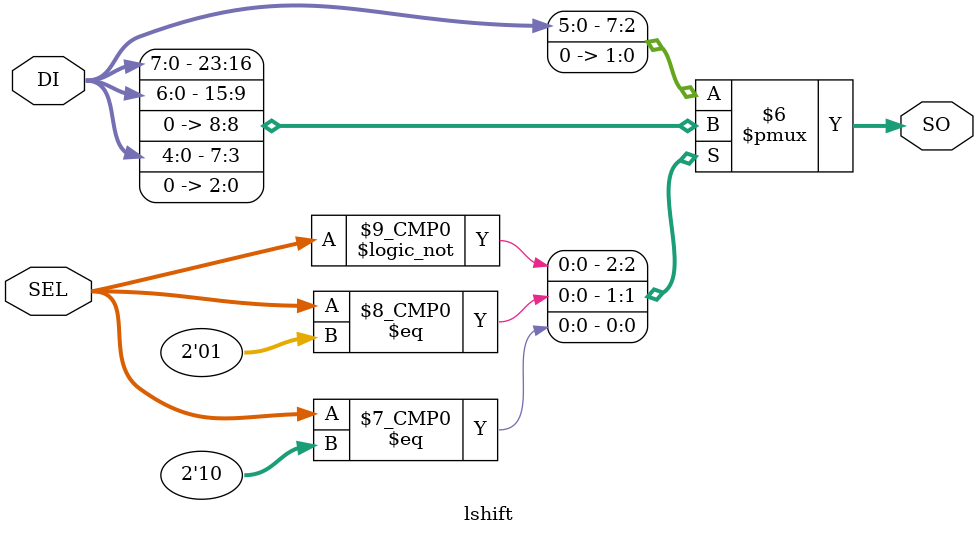
<source format=v>
module lshift (DI, SEL, SO);
input  [7:0] DI;
input  [1:0] SEL;
output [7:0] SO;
reg[7:0] SO;

  always @(DI or SEL)
  begin
    case (SEL)
      2'b00   : SO <= DI;
      2'b01   : SO <= DI << 1;
      2'b10   : SO <= DI << 3;
      default : SO <= DI << 2;
    endcase
  end
endmodule

</source>
